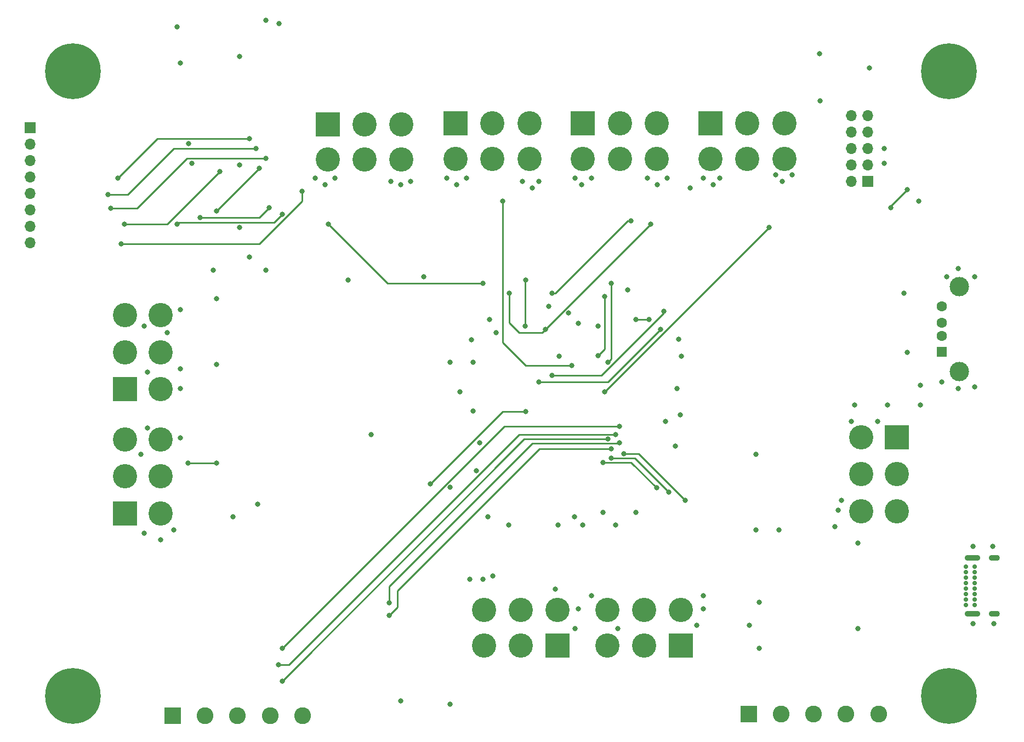
<source format=gbl>
G04 #@! TF.GenerationSoftware,KiCad,Pcbnew,7.0.7*
G04 #@! TF.CreationDate,2024-01-22T22:27:14-06:00*
G04 #@! TF.ProjectId,stm32f429z,73746d33-3266-4343-9239-7a2e6b696361,rev?*
G04 #@! TF.SameCoordinates,Original*
G04 #@! TF.FileFunction,Copper,L4,Bot*
G04 #@! TF.FilePolarity,Positive*
%FSLAX46Y46*%
G04 Gerber Fmt 4.6, Leading zero omitted, Abs format (unit mm)*
G04 Created by KiCad (PCBNEW 7.0.7) date 2024-01-22 22:27:14*
%MOMM*%
%LPD*%
G01*
G04 APERTURE LIST*
G04 #@! TA.AperFunction,ComponentPad*
%ADD10R,3.750000X3.750000*%
G04 #@! TD*
G04 #@! TA.AperFunction,ComponentPad*
%ADD11C,3.750000*%
G04 #@! TD*
G04 #@! TA.AperFunction,ComponentPad*
%ADD12R,1.700000X1.700000*%
G04 #@! TD*
G04 #@! TA.AperFunction,ComponentPad*
%ADD13O,1.700000X1.700000*%
G04 #@! TD*
G04 #@! TA.AperFunction,ComponentPad*
%ADD14R,2.600000X2.600000*%
G04 #@! TD*
G04 #@! TA.AperFunction,ComponentPad*
%ADD15C,2.600000*%
G04 #@! TD*
G04 #@! TA.AperFunction,ComponentPad*
%ADD16C,0.700000*%
G04 #@! TD*
G04 #@! TA.AperFunction,ComponentPad*
%ADD17O,2.400000X0.900000*%
G04 #@! TD*
G04 #@! TA.AperFunction,ComponentPad*
%ADD18O,1.700000X0.900000*%
G04 #@! TD*
G04 #@! TA.AperFunction,ComponentPad*
%ADD19C,0.900000*%
G04 #@! TD*
G04 #@! TA.AperFunction,ComponentPad*
%ADD20C,8.600000*%
G04 #@! TD*
G04 #@! TA.AperFunction,ComponentPad*
%ADD21R,1.500000X1.600000*%
G04 #@! TD*
G04 #@! TA.AperFunction,ComponentPad*
%ADD22C,1.600000*%
G04 #@! TD*
G04 #@! TA.AperFunction,ComponentPad*
%ADD23C,3.000000*%
G04 #@! TD*
G04 #@! TA.AperFunction,ViaPad*
%ADD24C,0.800000*%
G04 #@! TD*
G04 #@! TA.AperFunction,Conductor*
%ADD25C,0.250000*%
G04 #@! TD*
G04 APERTURE END LIST*
D10*
X170800000Y-134180000D03*
D11*
X165100000Y-134180000D03*
X159400000Y-134180000D03*
X170800000Y-128680000D03*
X165100000Y-128680000D03*
X159400000Y-128680000D03*
D12*
X199613750Y-62487500D03*
D13*
X197073750Y-62487500D03*
X199613750Y-59947500D03*
X197073750Y-59947500D03*
X199613750Y-57407500D03*
X197073750Y-57407500D03*
X199613750Y-54867500D03*
X197073750Y-54867500D03*
X199613750Y-52327500D03*
X197073750Y-52327500D03*
D14*
X92315000Y-145085000D03*
D15*
X97315000Y-145085000D03*
X102315000Y-145085000D03*
X107315000Y-145085000D03*
X112315000Y-145085000D03*
D10*
X84895000Y-113793750D03*
D11*
X84895000Y-108093750D03*
X84895000Y-102393750D03*
X90395000Y-113793750D03*
X90395000Y-108093750D03*
X90395000Y-102393750D03*
D14*
X181295000Y-144780000D03*
D15*
X186295000Y-144780000D03*
X191295000Y-144780000D03*
X196295000Y-144780000D03*
X201295000Y-144780000D03*
D10*
X151750000Y-134180000D03*
D11*
X146050000Y-134180000D03*
X140350000Y-134180000D03*
X151750000Y-128680000D03*
X146050000Y-128680000D03*
X140350000Y-128680000D03*
D10*
X175340000Y-53527500D03*
D11*
X181040000Y-53527500D03*
X186740000Y-53527500D03*
X175340000Y-59027500D03*
X181040000Y-59027500D03*
X186740000Y-59027500D03*
D16*
X214825000Y-127975000D03*
X214825000Y-127125000D03*
X214825000Y-126275000D03*
X214825000Y-125425000D03*
X214825000Y-124575000D03*
X214825000Y-123725000D03*
X214825000Y-122875000D03*
X214825000Y-122025000D03*
X216175000Y-122025000D03*
X216175000Y-122875000D03*
X216175000Y-123725000D03*
X216175000Y-124575000D03*
X216175000Y-125425000D03*
X216175000Y-126275000D03*
X216175000Y-127125000D03*
X216175000Y-127975000D03*
D17*
X215805000Y-129325000D03*
D18*
X219185000Y-129325000D03*
D17*
X215805000Y-120675000D03*
D18*
X219185000Y-120675000D03*
D10*
X84895000Y-94600000D03*
D11*
X84895000Y-88900000D03*
X84895000Y-83200000D03*
X90395000Y-94600000D03*
X90395000Y-88900000D03*
X90395000Y-83200000D03*
D12*
X70232500Y-54232500D03*
D13*
X70232500Y-56772500D03*
X70232500Y-59312500D03*
X70232500Y-61852500D03*
X70232500Y-64392500D03*
X70232500Y-66932500D03*
X70232500Y-69472500D03*
X70232500Y-72012500D03*
D10*
X204095000Y-102031250D03*
D11*
X204095000Y-107731250D03*
X204095000Y-113431250D03*
X198595000Y-102031250D03*
X198595000Y-107731250D03*
X198595000Y-113431250D03*
D19*
X208930000Y-45501250D03*
X209874581Y-43220831D03*
X209874581Y-47781669D03*
X212155000Y-42276250D03*
D20*
X212155000Y-45501250D03*
D19*
X212155000Y-48726250D03*
X214435419Y-43220831D03*
X214435419Y-47781669D03*
X215380000Y-45501250D03*
D10*
X135970000Y-53527500D03*
D11*
X141670000Y-53527500D03*
X147370000Y-53527500D03*
X135970000Y-59027500D03*
X141670000Y-59027500D03*
X147370000Y-59027500D03*
D19*
X73675000Y-142021250D03*
X74619581Y-139740831D03*
X74619581Y-144301669D03*
X76900000Y-138796250D03*
D20*
X76900000Y-142021250D03*
D19*
X76900000Y-145246250D03*
X79180419Y-139740831D03*
X79180419Y-144301669D03*
X80125000Y-142021250D03*
D21*
X211048000Y-88844000D03*
D22*
X211048000Y-86344000D03*
X211048000Y-84344000D03*
X211048000Y-81844000D03*
D23*
X213758000Y-91914000D03*
X213758000Y-78774000D03*
D19*
X73675000Y-45501250D03*
X74619581Y-43220831D03*
X74619581Y-47781669D03*
X76900000Y-42276250D03*
D20*
X76900000Y-45501250D03*
D19*
X76900000Y-48726250D03*
X79180419Y-43220831D03*
X79180419Y-47781669D03*
X80125000Y-45501250D03*
D10*
X116220000Y-53655000D03*
D11*
X121920000Y-53655000D03*
X127620000Y-53655000D03*
X116220000Y-59155000D03*
X121920000Y-59155000D03*
X127620000Y-59155000D03*
D19*
X208930000Y-142021250D03*
X209874581Y-139740831D03*
X209874581Y-144301669D03*
X212155000Y-138796250D03*
D20*
X212155000Y-142021250D03*
D19*
X212155000Y-145246250D03*
X214435419Y-139740831D03*
X214435419Y-144301669D03*
X215380000Y-142021250D03*
D10*
X155655000Y-53561250D03*
D11*
X161355000Y-53561250D03*
X167055000Y-53561250D03*
X155655000Y-59061250D03*
X161355000Y-59061250D03*
X167055000Y-59061250D03*
D24*
X98552000Y-76200000D03*
X102616000Y-69596000D03*
X160655000Y-115570000D03*
X140970000Y-114300000D03*
X162560000Y-79248000D03*
X125984000Y-62484000D03*
X195580000Y-111760000D03*
X94742000Y-56642000D03*
X87884000Y-84836000D03*
X186436000Y-62484000D03*
X135128000Y-143256000D03*
X93472000Y-102108000D03*
X182880000Y-127508000D03*
X122936000Y-101600000D03*
X213614000Y-75946000D03*
X215900000Y-130810000D03*
X138430000Y-86995000D03*
X87376000Y-104648000D03*
X88392000Y-100584000D03*
X219075000Y-130810000D03*
X151765000Y-115570000D03*
X91440000Y-85852000D03*
X211836000Y-77216000D03*
X167132000Y-62992000D03*
X135128000Y-109728000D03*
X170815000Y-89535000D03*
X106680000Y-76200000D03*
X135128000Y-90424000D03*
X127508000Y-62992000D03*
X101600000Y-114300000D03*
X187960000Y-61468000D03*
X156972000Y-126492000D03*
X202692000Y-97028000D03*
X155575000Y-115570000D03*
X161036000Y-131572000D03*
X106680000Y-37592000D03*
X127508000Y-142748000D03*
X207772000Y-97028000D03*
X169926000Y-103378000D03*
X213614000Y-94488000D03*
X141224000Y-83820000D03*
X165608000Y-61976000D03*
X192201800Y-42748200D03*
X216154000Y-94234000D03*
X170688000Y-98552000D03*
X140208000Y-123952000D03*
X168656000Y-61976000D03*
X207518000Y-65532000D03*
X216154000Y-77216000D03*
X215900000Y-118872000D03*
X153416000Y-82804000D03*
X93472000Y-82296000D03*
X102616000Y-43180000D03*
X138176000Y-123952000D03*
X182372000Y-104648000D03*
X151988750Y-89475000D03*
X211074000Y-93472000D03*
X194564000Y-115824000D03*
X141732000Y-123444000D03*
X192278000Y-50038000D03*
X148844000Y-62484000D03*
X202184000Y-57404000D03*
X147828000Y-63500000D03*
X202184000Y-59690000D03*
X136652000Y-94996000D03*
X218948000Y-118872000D03*
X92964000Y-38608000D03*
X185420000Y-61468000D03*
X157988000Y-84836000D03*
X93472000Y-44196000D03*
X129032000Y-62484000D03*
X146304000Y-62484000D03*
X195072000Y-113284000D03*
X199898000Y-44958000D03*
X144145000Y-115570000D03*
X138684000Y-90424000D03*
X131064000Y-77216000D03*
X150368000Y-81788000D03*
X163830000Y-113665000D03*
X185928000Y-116332000D03*
X182372000Y-116332000D03*
X99060000Y-80645000D03*
X170180000Y-94488000D03*
X99060000Y-90805000D03*
X154305000Y-114300000D03*
X139700000Y-102870000D03*
X95250000Y-59690000D03*
X154940000Y-84455000D03*
X119380000Y-77724000D03*
X158750000Y-113665000D03*
X142240000Y-85852000D03*
X138684000Y-97950500D03*
X105410000Y-112395000D03*
X104140000Y-74168000D03*
X168402000Y-99568000D03*
X139192000Y-107188000D03*
X170434000Y-86868000D03*
X102616000Y-59944000D03*
X154432000Y-131572000D03*
X117348000Y-61976000D03*
X93472000Y-91440000D03*
X201168000Y-99568000D03*
X154432000Y-61976000D03*
X198120000Y-118364000D03*
X114300000Y-61976000D03*
X198120000Y-131572000D03*
X136144000Y-62992000D03*
X175768000Y-62992000D03*
X205740000Y-88900000D03*
X93472000Y-94488000D03*
X90424000Y-117856000D03*
X155448000Y-62992000D03*
X134620000Y-61976000D03*
X108712000Y-38100000D03*
X172212000Y-63500000D03*
X174244000Y-61976000D03*
X154940000Y-128524000D03*
X197104000Y-99568000D03*
X87884000Y-116840000D03*
X174244000Y-126492000D03*
X207772000Y-93980000D03*
X173228000Y-131064000D03*
X181356000Y-131064000D03*
X182880000Y-134620000D03*
X156972000Y-61976000D03*
X176784000Y-61976000D03*
X88392000Y-91948000D03*
X174244000Y-128524000D03*
X197612000Y-97028000D03*
X205232000Y-79756000D03*
X92456000Y-116332000D03*
X151384000Y-125476000D03*
X115824000Y-62992000D03*
X137668000Y-61976000D03*
X159004000Y-94996000D03*
X184404000Y-69596000D03*
X146812000Y-98044000D03*
X132080000Y-109220000D03*
X94615000Y-106045000D03*
X99060000Y-106045000D03*
X153924000Y-90932000D03*
X143256000Y-65532000D03*
X146695500Y-84836000D03*
X146812000Y-77724000D03*
X116332000Y-69088000D03*
X150876000Y-79756000D03*
X140208000Y-78232000D03*
X163068000Y-68580000D03*
X149860000Y-85344000D03*
X144272000Y-79756000D03*
X166116000Y-69088000D03*
X99060000Y-67056000D03*
X105664000Y-60452000D03*
X107188000Y-66548000D03*
X96520000Y-68072000D03*
X109220000Y-67564000D03*
X92964000Y-69088000D03*
X82742250Y-66675000D03*
X106680000Y-58928000D03*
X105156000Y-57404000D03*
X82296000Y-64516000D03*
X83820000Y-61976000D03*
X104140000Y-55880000D03*
X99568000Y-60960000D03*
X84836000Y-69088000D03*
X112268000Y-64008000D03*
X84328000Y-72136000D03*
X165862000Y-83820000D03*
X163830000Y-83820000D03*
X168148000Y-82550000D03*
X150876000Y-92456000D03*
X203200000Y-66548000D03*
X167635701Y-85339701D03*
X205740000Y-63754000D03*
X148844000Y-93472000D03*
X125730000Y-129540000D03*
X160025194Y-103826306D03*
X161308487Y-102900303D03*
X125730000Y-127635000D03*
X159474500Y-102324500D03*
X109220000Y-139700000D03*
X160655000Y-101600000D03*
X108585000Y-137160000D03*
X109220000Y-134620000D03*
X161290000Y-100330000D03*
X161925000Y-104556500D03*
X171450000Y-111760000D03*
X168910000Y-110490000D03*
X160020000Y-105231000D03*
X167005000Y-109855000D03*
X158750000Y-105955500D03*
X160020000Y-78232000D03*
X159512000Y-90424000D03*
X159004000Y-80264000D03*
X157988000Y-89408000D03*
D25*
X184404000Y-69596000D02*
X159004000Y-94996000D01*
X132080000Y-109220000D02*
X143256000Y-98044000D01*
X94615000Y-106045000D02*
X99060000Y-106045000D01*
X143256000Y-98044000D02*
X146812000Y-98044000D01*
X146812000Y-90932000D02*
X153924000Y-90932000D01*
X143256000Y-65532000D02*
X143256000Y-87376000D01*
X143256000Y-87376000D02*
X146812000Y-90932000D01*
X146695500Y-77840500D02*
X146695500Y-84836000D01*
X146812000Y-84719500D02*
X146695500Y-84836000D01*
X146812000Y-77724000D02*
X146695500Y-77840500D01*
X150876000Y-79756000D02*
X151393305Y-79756000D01*
X125476000Y-78232000D02*
X140208000Y-78232000D01*
X116332000Y-69088000D02*
X125476000Y-78232000D01*
X162569305Y-68580000D02*
X163068000Y-68580000D01*
X151393305Y-79756000D02*
X162569305Y-68580000D01*
X149860000Y-85334695D02*
X166106695Y-69088000D01*
X149860000Y-85344000D02*
X149860000Y-85334695D01*
X145796000Y-85852000D02*
X149352000Y-85852000D01*
X149352000Y-85852000D02*
X149860000Y-85344000D01*
X144272000Y-84328000D02*
X145796000Y-85852000D01*
X144272000Y-79756000D02*
X144272000Y-84328000D01*
X166106695Y-69088000D02*
X166116000Y-69088000D01*
X99060000Y-67056000D02*
X105664000Y-60452000D01*
X105664000Y-68072000D02*
X107188000Y-66548000D01*
X96520000Y-68072000D02*
X105664000Y-68072000D01*
X92964000Y-69088000D02*
X93181000Y-68871000D01*
X93181000Y-68871000D02*
X107913000Y-68871000D01*
X107913000Y-68871000D02*
X109220000Y-67564000D01*
X94488000Y-58928000D02*
X106680000Y-58928000D01*
X86741000Y-66675000D02*
X94488000Y-58928000D01*
X82742250Y-66675000D02*
X86741000Y-66675000D01*
X92456000Y-57404000D02*
X105156000Y-57404000D01*
X85344000Y-64516000D02*
X92456000Y-57404000D01*
X82296000Y-64516000D02*
X85344000Y-64516000D01*
X89916000Y-55880000D02*
X104140000Y-55880000D01*
X83820000Y-61976000D02*
X89916000Y-55880000D01*
X84836000Y-69088000D02*
X91440000Y-69088000D01*
X91440000Y-69088000D02*
X99568000Y-60960000D01*
X112268000Y-65541305D02*
X112268000Y-64008000D01*
X105673305Y-72136000D02*
X112268000Y-65541305D01*
X84328000Y-72136000D02*
X105673305Y-72136000D01*
X165862000Y-83820000D02*
X163830000Y-83820000D01*
X168148000Y-82550000D02*
X168148000Y-82813305D01*
X168148000Y-82813305D02*
X158505305Y-92456000D01*
X158505305Y-92456000D02*
X150876000Y-92456000D01*
X205740000Y-63754000D02*
X203200000Y-66294000D01*
X167635701Y-85339701D02*
X159503402Y-93472000D01*
X203200000Y-66294000D02*
X203200000Y-66548000D01*
X159503402Y-93472000D02*
X148844000Y-93472000D01*
X127000000Y-125730000D02*
X148903694Y-103826306D01*
X148903694Y-103826306D02*
X160025194Y-103826306D01*
X125730000Y-129540000D02*
X127000000Y-128270000D01*
X127000000Y-128270000D02*
X127000000Y-125730000D01*
X161308487Y-102900303D02*
X161209290Y-102999500D01*
X125730000Y-125095000D02*
X125730000Y-127635000D01*
X147825500Y-102999500D02*
X125730000Y-125095000D01*
X161209290Y-102999500D02*
X147825500Y-102999500D01*
X146595500Y-102324500D02*
X159474500Y-102324500D01*
X109220000Y-139700000D02*
X146595500Y-102324500D01*
X110245305Y-137160000D02*
X145805305Y-101600000D01*
X145805305Y-101600000D02*
X160655000Y-101600000D01*
X108585000Y-137160000D02*
X110245305Y-137160000D01*
X109220000Y-134620000D02*
X109220000Y-134610695D01*
X143500695Y-100330000D02*
X161290000Y-100330000D01*
X109220000Y-134610695D02*
X143500695Y-100330000D01*
X161925000Y-104556500D02*
X164246500Y-104556500D01*
X164246500Y-104556500D02*
X171450000Y-111760000D01*
X163651000Y-105231000D02*
X168910000Y-110490000D01*
X160020000Y-105231000D02*
X163651000Y-105231000D01*
X163105500Y-105955500D02*
X158750000Y-105955500D01*
X167005000Y-109855000D02*
X163105500Y-105955500D01*
X160020000Y-89916000D02*
X160020000Y-78232000D01*
X159512000Y-90424000D02*
X160020000Y-89916000D01*
X159004000Y-80264000D02*
X159004000Y-88392000D01*
X159004000Y-88392000D02*
X157988000Y-89408000D01*
M02*

</source>
